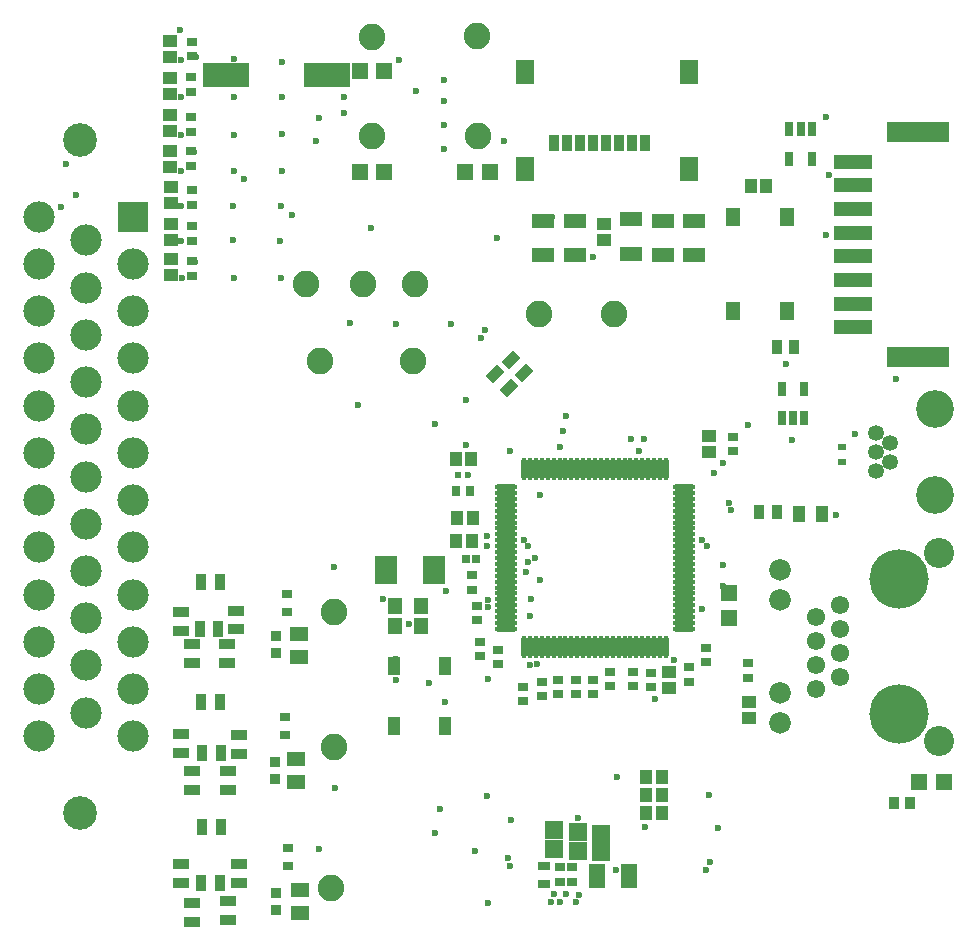
<source format=gts>
G04*
G04 #@! TF.GenerationSoftware,Altium Limited,Altium Designer,22.11.1 (43)*
G04*
G04 Layer_Color=8388736*
%FSLAX25Y25*%
%MOIN*%
G70*
G04*
G04 #@! TF.SameCoordinates,B9669DE6-A21E-4E6A-9EE2-FAEABAE17C55*
G04*
G04*
G04 #@! TF.FilePolarity,Negative*
G04*
G01*
G75*
%ADD23R,0.03197X0.02985*%
%ADD28R,0.03400X0.03100*%
%ADD30R,0.03591X0.03772*%
%ADD34R,0.03937X0.06299*%
%ADD35R,0.03394X0.02894*%
%ADD39R,0.07480X0.09449*%
%ADD42R,0.03963X0.05544*%
%ADD43R,0.02985X0.03197*%
%ADD45R,0.01575X0.01968*%
%ADD46R,0.03937X0.02953*%
%ADD47R,0.05591X0.08386*%
%ADD50R,0.03543X0.02953*%
%ADD53R,0.20866X0.06693*%
%ADD54R,0.12598X0.04724*%
%ADD55R,0.05118X0.06102*%
%ADD60R,0.04528X0.04134*%
G04:AMPARAMS|DCode=61|XSize=55.12mil|YSize=37.4mil|CornerRadius=0mil|HoleSize=0mil|Usage=FLASHONLY|Rotation=45.000|XOffset=0mil|YOffset=0mil|HoleType=Round|Shape=Rectangle|*
%AMROTATEDRECTD61*
4,1,4,-0.00626,-0.03271,-0.03271,-0.00626,0.00626,0.03271,0.03271,0.00626,-0.00626,-0.03271,0.0*
%
%ADD61ROTATEDRECTD61*%

%ADD62R,0.05512X0.03740*%
%ADD63R,0.03740X0.05512*%
%ADD64R,0.06102X0.04724*%
%ADD65R,0.05315X0.05315*%
%ADD66R,0.05315X0.05315*%
%ADD67R,0.03740X0.04331*%
%ADD68O,0.07677X0.01772*%
%ADD69O,0.01772X0.07677*%
%ADD70R,0.04921X0.05512*%
%ADD71R,0.03150X0.02953*%
%ADD72R,0.03740X0.04528*%
%ADD73R,0.04134X0.04528*%
%ADD74R,0.06299X0.05906*%
%ADD75R,0.04724X0.04134*%
%ADD76R,0.03150X0.02165*%
%ADD77R,0.02953X0.05118*%
%ADD78R,0.07677X0.05118*%
%ADD79R,0.03740X0.05315*%
%ADD80R,0.06496X0.08465*%
%ADD81R,0.15551X0.08268*%
%ADD82R,0.03740X0.02953*%
%ADD83C,0.08858*%
%ADD84C,0.10433*%
%ADD85C,0.11221*%
%ADD86R,0.10433X0.10433*%
%ADD87C,0.12547*%
%ADD88C,0.06102*%
%ADD89C,0.07205*%
%ADD90C,0.10039*%
%ADD91C,0.19784*%
%ADD92C,0.05315*%
%ADD93C,0.02362*%
D23*
X350000Y472728D02*
D03*
Y477665D02*
D03*
X350394Y484539D02*
D03*
Y489476D02*
D03*
X350395Y434933D02*
D03*
Y439870D02*
D03*
X350395Y423122D02*
D03*
Y428059D02*
D03*
X350000Y447924D02*
D03*
Y452861D02*
D03*
Y459341D02*
D03*
Y464278D02*
D03*
X350395Y416248D02*
D03*
Y411311D02*
D03*
D28*
X381890Y305412D02*
D03*
Y299312D02*
D03*
X381102Y264467D02*
D03*
Y258367D02*
D03*
X382283Y214676D02*
D03*
Y220776D02*
D03*
D30*
X378346Y291445D02*
D03*
Y285720D02*
D03*
X377953Y249319D02*
D03*
Y243595D02*
D03*
X378346Y199903D02*
D03*
Y205627D02*
D03*
D34*
X434646Y261417D02*
D03*
Y281417D02*
D03*
X417717Y261235D02*
D03*
Y281236D02*
D03*
D35*
X452362Y281829D02*
D03*
Y286675D02*
D03*
X443476Y306699D02*
D03*
Y311545D02*
D03*
X489575Y274601D02*
D03*
Y279446D02*
D03*
X460630Y269624D02*
D03*
Y274470D02*
D03*
X466892Y271224D02*
D03*
Y276069D02*
D03*
X446375Y284600D02*
D03*
Y289446D02*
D03*
X497075Y274500D02*
D03*
Y279346D02*
D03*
X445075Y296600D02*
D03*
Y301446D02*
D03*
X483976Y271900D02*
D03*
Y276746D02*
D03*
X521673Y282601D02*
D03*
Y287446D02*
D03*
X478173Y271900D02*
D03*
Y276746D02*
D03*
X515776Y275998D02*
D03*
Y280844D02*
D03*
X472374Y271900D02*
D03*
Y276746D02*
D03*
D39*
X414904Y313323D02*
D03*
X431046D02*
D03*
D42*
X552731Y332123D02*
D03*
X560218D02*
D03*
D43*
X443006Y339773D02*
D03*
X438068D02*
D03*
D45*
X439162Y344873D02*
D03*
X442312D02*
D03*
D46*
X467475Y208670D02*
D03*
Y214576D02*
D03*
D47*
X485236Y211417D02*
D03*
X495866D02*
D03*
D50*
X503275Y274361D02*
D03*
Y279085D02*
D03*
X530575Y357685D02*
D03*
Y352961D02*
D03*
D53*
X592252Y384224D02*
D03*
Y459421D02*
D03*
D54*
X570677Y394264D02*
D03*
Y402138D02*
D03*
Y410012D02*
D03*
Y417886D02*
D03*
Y425760D02*
D03*
Y433634D02*
D03*
Y441508D02*
D03*
Y449382D02*
D03*
D55*
X548433Y430972D02*
D03*
Y399673D02*
D03*
X530717Y430972D02*
D03*
Y399673D02*
D03*
D60*
X342913Y472146D02*
D03*
Y477461D02*
D03*
Y489665D02*
D03*
Y484350D02*
D03*
X343308Y440846D02*
D03*
Y435532D02*
D03*
X343308Y428642D02*
D03*
Y423327D02*
D03*
X342914Y447736D02*
D03*
Y453051D02*
D03*
Y459547D02*
D03*
Y464862D02*
D03*
X343308Y416831D02*
D03*
Y411516D02*
D03*
X487402Y428642D02*
D03*
Y423327D02*
D03*
X509275Y279380D02*
D03*
Y274065D02*
D03*
X522575Y352665D02*
D03*
Y357980D02*
D03*
D61*
X460953Y378875D02*
D03*
X456498Y383330D02*
D03*
X451316Y378605D02*
D03*
X455770Y374151D02*
D03*
D62*
X362205Y246457D02*
D03*
X365748Y251969D02*
D03*
X362205Y202922D02*
D03*
X365748Y208965D02*
D03*
X361811Y288583D02*
D03*
X364961Y293504D02*
D03*
X350394Y246457D02*
D03*
X346457Y252362D02*
D03*
X350394Y202371D02*
D03*
X346457Y208965D02*
D03*
X350394Y288583D02*
D03*
X346457Y292913D02*
D03*
X364961Y299803D02*
D03*
X346457Y299213D02*
D03*
X350394Y282283D02*
D03*
X361811D02*
D03*
X346457Y258661D02*
D03*
X365748Y258268D02*
D03*
X350394Y240158D02*
D03*
X362205D02*
D03*
X365748Y215264D02*
D03*
X346457Y215264D02*
D03*
X362205Y196623D02*
D03*
X350394Y196072D02*
D03*
D63*
X359842Y252362D02*
D03*
X359449Y208965D02*
D03*
X359055Y293701D02*
D03*
X353543Y252362D02*
D03*
X353150Y208965D02*
D03*
X352756Y293701D02*
D03*
X359449Y309449D02*
D03*
X353150D02*
D03*
X359449Y269291D02*
D03*
X353150D02*
D03*
X353543Y227568D02*
D03*
X359842D02*
D03*
D64*
X385827Y291929D02*
D03*
Y284449D02*
D03*
X385039Y250197D02*
D03*
Y242717D02*
D03*
X386221Y199025D02*
D03*
Y206505D02*
D03*
D65*
X529134Y305709D02*
D03*
Y297441D02*
D03*
D66*
X414370Y446063D02*
D03*
X406102D02*
D03*
Y479528D02*
D03*
X414370D02*
D03*
X441142Y446063D02*
D03*
X449409D02*
D03*
X592471Y242723D02*
D03*
X600739D02*
D03*
D67*
X589665Y235827D02*
D03*
X584350D02*
D03*
D68*
X454850Y333071D02*
D03*
Y295669D02*
D03*
Y340945D02*
D03*
Y337008D02*
D03*
Y335039D02*
D03*
Y309449D02*
D03*
X514299Y293701D02*
D03*
Y295669D02*
D03*
X454850Y338976D02*
D03*
X514299Y297638D02*
D03*
X454850Y319291D02*
D03*
Y317323D02*
D03*
Y307480D02*
D03*
Y297638D02*
D03*
X514299Y325197D02*
D03*
X454850Y313386D02*
D03*
X514299Y307480D02*
D03*
Y309449D02*
D03*
Y311417D02*
D03*
Y313386D02*
D03*
Y315354D02*
D03*
X454850Y331102D02*
D03*
Y329134D02*
D03*
Y327165D02*
D03*
Y325197D02*
D03*
Y323228D02*
D03*
Y321260D02*
D03*
Y315354D02*
D03*
Y311417D02*
D03*
Y305512D02*
D03*
Y303543D02*
D03*
Y301575D02*
D03*
Y299606D02*
D03*
Y293701D02*
D03*
X514299Y299606D02*
D03*
Y301575D02*
D03*
Y303543D02*
D03*
Y305512D02*
D03*
Y317323D02*
D03*
Y319291D02*
D03*
Y321260D02*
D03*
Y323228D02*
D03*
Y327165D02*
D03*
Y329134D02*
D03*
Y331102D02*
D03*
Y333071D02*
D03*
Y335039D02*
D03*
Y337008D02*
D03*
Y338976D02*
D03*
Y340945D02*
D03*
D69*
X484575Y287598D02*
D03*
X472764D02*
D03*
X474732D02*
D03*
X476701D02*
D03*
X478669D02*
D03*
X480638D02*
D03*
X460953D02*
D03*
X466858Y347047D02*
D03*
X464890D02*
D03*
X474732D02*
D03*
X470795D02*
D03*
X468827D02*
D03*
X478669D02*
D03*
X476701D02*
D03*
X504260Y287598D02*
D03*
X466858D02*
D03*
X488512D02*
D03*
X470795D02*
D03*
X492449D02*
D03*
X496386D02*
D03*
X480638Y347047D02*
D03*
X482606D02*
D03*
X486543D02*
D03*
X488512D02*
D03*
X462921Y287598D02*
D03*
X464890D02*
D03*
X468827D02*
D03*
X482606D02*
D03*
X486543D02*
D03*
X490480D02*
D03*
X494417D02*
D03*
X498354D02*
D03*
X500323D02*
D03*
X502291D02*
D03*
X506228D02*
D03*
X508197D02*
D03*
Y347047D02*
D03*
X506228D02*
D03*
X504260D02*
D03*
X502291D02*
D03*
X500323D02*
D03*
X498354D02*
D03*
X496386D02*
D03*
X494417D02*
D03*
X492449D02*
D03*
X490480D02*
D03*
X484575D02*
D03*
X472764D02*
D03*
X462921D02*
D03*
X460953D02*
D03*
D70*
X417975Y301469D02*
D03*
X426475D02*
D03*
X417975Y294776D02*
D03*
X426475D02*
D03*
D71*
X441634Y316929D02*
D03*
X444980D02*
D03*
D72*
X539322Y332723D02*
D03*
X545122Y387823D02*
D03*
X551028D02*
D03*
X545227Y332723D02*
D03*
D73*
X443432Y322923D02*
D03*
X438117D02*
D03*
X443932Y330823D02*
D03*
X438617D02*
D03*
X438080Y350273D02*
D03*
X443395D02*
D03*
X541732Y441437D02*
D03*
X536417D02*
D03*
X506832Y244223D02*
D03*
X501517D02*
D03*
Y238223D02*
D03*
X506832D02*
D03*
X501560Y232223D02*
D03*
X506875D02*
D03*
D74*
X470875Y220273D02*
D03*
Y226572D02*
D03*
X478875Y219673D02*
D03*
Y225972D02*
D03*
X486475Y219173D02*
D03*
Y225472D02*
D03*
D75*
X535875Y263965D02*
D03*
Y269280D02*
D03*
D76*
X566875Y349262D02*
D03*
Y354184D02*
D03*
D77*
X546835Y373744D02*
D03*
X554315D02*
D03*
Y363902D02*
D03*
X550575D02*
D03*
X546835D02*
D03*
X556815Y450402D02*
D03*
X549335D02*
D03*
Y460244D02*
D03*
X553075D02*
D03*
X556815D02*
D03*
D78*
X517717Y429823D02*
D03*
Y418209D02*
D03*
X467323D02*
D03*
Y429823D02*
D03*
X477953Y418209D02*
D03*
Y429823D02*
D03*
X496457Y430217D02*
D03*
Y418602D02*
D03*
X507087Y429823D02*
D03*
Y418209D02*
D03*
D79*
X501342Y455787D02*
D03*
X497012D02*
D03*
X492681D02*
D03*
X488350D02*
D03*
X484020D02*
D03*
X479689D02*
D03*
X475358D02*
D03*
X471028D02*
D03*
D80*
X461303Y447126D02*
D03*
X515988D02*
D03*
Y479409D02*
D03*
X461303D02*
D03*
D81*
X361614Y478346D02*
D03*
X395276D02*
D03*
D82*
X535433Y277362D02*
D03*
Y282480D02*
D03*
X476775Y214282D02*
D03*
Y209164D02*
D03*
X472775Y214482D02*
D03*
Y209364D02*
D03*
D83*
X465748Y398819D02*
D03*
X397638Y299213D02*
D03*
Y254331D02*
D03*
X396457Y207489D02*
D03*
X410236Y457874D02*
D03*
X490874Y398819D02*
D03*
X424409Y408661D02*
D03*
X407087D02*
D03*
X388224Y408697D02*
D03*
X445472Y458071D02*
D03*
X392913Y383071D02*
D03*
X424016D02*
D03*
X445276Y491339D02*
D03*
X410236Y490945D02*
D03*
D84*
X299213Y305118D02*
D03*
Y257874D02*
D03*
X314961Y344488D02*
D03*
Y265748D02*
D03*
X299213Y273622D02*
D03*
X314961Y360236D02*
D03*
X299213Y431102D02*
D03*
Y368110D02*
D03*
Y352362D02*
D03*
Y320866D02*
D03*
X330709Y336614D02*
D03*
Y273622D02*
D03*
Y320866D02*
D03*
Y257874D02*
D03*
Y415354D02*
D03*
Y399606D02*
D03*
Y383858D02*
D03*
Y368110D02*
D03*
Y352362D02*
D03*
Y305118D02*
D03*
Y289370D02*
D03*
X314961Y423228D02*
D03*
Y407480D02*
D03*
Y391732D02*
D03*
Y375984D02*
D03*
Y328740D02*
D03*
Y312992D02*
D03*
Y297244D02*
D03*
Y281496D02*
D03*
X299213Y415354D02*
D03*
Y399606D02*
D03*
Y383858D02*
D03*
Y336614D02*
D03*
Y289370D02*
D03*
D85*
X312992Y456693D02*
D03*
Y232283D02*
D03*
D86*
X330709Y431102D02*
D03*
D87*
X598032Y366943D02*
D03*
Y338203D02*
D03*
D88*
X558083Y289707D02*
D03*
X566075Y285691D02*
D03*
Y277660D02*
D03*
X558083Y273644D02*
D03*
Y281676D02*
D03*
X566075Y293723D02*
D03*
X558083Y297739D02*
D03*
X566075Y301754D02*
D03*
D89*
X546390Y313176D02*
D03*
Y272223D02*
D03*
Y262223D02*
D03*
Y303176D02*
D03*
D90*
X599382Y318959D02*
D03*
Y256439D02*
D03*
D91*
X585760Y265199D02*
D03*
Y310199D02*
D03*
D92*
X578150Y358872D02*
D03*
X582875Y355723D02*
D03*
X578150Y352573D02*
D03*
X582875Y349424D02*
D03*
X578150Y346274D02*
D03*
D93*
X461417Y312598D02*
D03*
X448475Y321423D02*
D03*
X448425Y324803D02*
D03*
X438189Y322835D02*
D03*
X400787Y470866D02*
D03*
Y465748D02*
D03*
X530428Y399875D02*
D03*
X477953Y417717D02*
D03*
X419291Y483465D02*
D03*
X351580Y484252D02*
D03*
X443420Y323103D02*
D03*
X438583Y330709D02*
D03*
X443814Y330977D02*
D03*
X346176Y493182D02*
D03*
X346457Y458268D02*
D03*
X380315Y458563D02*
D03*
X364173Y458268D02*
D03*
X350394Y196063D02*
D03*
X517323Y417717D02*
D03*
X507480D02*
D03*
X496063Y418110D02*
D03*
X397638Y314173D02*
D03*
X391732Y456299D02*
D03*
X390551Y478740D02*
D03*
X424803Y472835D02*
D03*
X483858Y417717D02*
D03*
X500761Y357088D02*
D03*
X499076Y352988D02*
D03*
X451968Y424016D02*
D03*
X418110Y276700D02*
D03*
Y283686D02*
D03*
X417717Y260630D02*
D03*
X431317Y225823D02*
D03*
X434646Y259431D02*
D03*
X433022Y233623D02*
D03*
X434646Y269291D02*
D03*
X383688Y431634D02*
D03*
X456498Y382960D02*
D03*
X446457Y390551D02*
D03*
X436614Y395193D02*
D03*
X448032Y393307D02*
D03*
X311417Y438189D02*
D03*
X402756Y395669D02*
D03*
X351181Y416142D02*
D03*
X342126Y416929D02*
D03*
X418110Y395276D02*
D03*
X306693Y434252D02*
D03*
X308279Y448819D02*
D03*
X342126Y440945D02*
D03*
X431382Y362005D02*
D03*
X413891Y303543D02*
D03*
X398031Y240709D02*
D03*
X367717Y443701D02*
D03*
X405512Y368401D02*
D03*
X350787Y428346D02*
D03*
X342520Y428740D02*
D03*
X350787Y440158D02*
D03*
Y452756D02*
D03*
X342126Y453543D02*
D03*
Y477953D02*
D03*
Y465748D02*
D03*
X350394Y464173D02*
D03*
Y477559D02*
D03*
Y489370D02*
D03*
X342126Y489764D02*
D03*
X409842Y427264D02*
D03*
X443307Y350394D02*
D03*
X441457Y355016D02*
D03*
X385827Y284646D02*
D03*
X378740Y285827D02*
D03*
X361811Y282283D02*
D03*
X350000D02*
D03*
X350394Y240158D02*
D03*
X362205D02*
D03*
X377953Y243701D02*
D03*
X385039Y242913D02*
D03*
X392618Y220324D02*
D03*
X362205Y196457D02*
D03*
X378346Y200000D02*
D03*
X386221Y198819D02*
D03*
X434252Y453543D02*
D03*
X392719Y463979D02*
D03*
X434252Y461516D02*
D03*
X379921Y410630D02*
D03*
X346850D02*
D03*
X364173Y410630D02*
D03*
X346560Y471154D02*
D03*
X364173Y470866D02*
D03*
X380316Y470866D02*
D03*
X346457Y483465D02*
D03*
X364173Y483571D02*
D03*
X380316Y482677D02*
D03*
X379528Y422835D02*
D03*
X346456Y422834D02*
D03*
X363779Y423228D02*
D03*
X380315Y446457D02*
D03*
X346456Y446456D02*
D03*
X364173Y446457D02*
D03*
X379922Y434646D02*
D03*
X363780D02*
D03*
X346457Y434646D02*
D03*
X434252Y476772D02*
D03*
X405118Y479134D02*
D03*
X434252Y469685D02*
D03*
X454331Y456201D02*
D03*
X466531Y417416D02*
D03*
X472975Y354423D02*
D03*
X496457Y357087D02*
D03*
X474802Y364566D02*
D03*
X466142Y338189D02*
D03*
X461024Y323228D02*
D03*
X473821Y359648D02*
D03*
X434975Y306223D02*
D03*
X545122Y387823D02*
D03*
X488181Y423045D02*
D03*
X479689Y455787D02*
D03*
X475197Y431102D02*
D03*
X470181D02*
D03*
X488181Y428360D02*
D03*
X441732Y370079D02*
D03*
X429340Y275794D02*
D03*
X462205Y316142D02*
D03*
X464567Y317323D02*
D03*
X462205Y321260D02*
D03*
X466142Y309842D02*
D03*
X570677Y449382D02*
D03*
X535585Y282351D02*
D03*
X527165Y314961D02*
D03*
Y307874D02*
D03*
X600739Y242723D02*
D03*
X522975Y216123D02*
D03*
X461500Y446929D02*
D03*
X461303Y479409D02*
D03*
X515988D02*
D03*
Y447126D02*
D03*
X536417Y441437D02*
D03*
X530717Y430972D02*
D03*
X456299Y353150D02*
D03*
X438976Y344882D02*
D03*
X422441Y295276D02*
D03*
X504575Y270223D02*
D03*
X462992Y298130D02*
D03*
X448819Y202362D02*
D03*
X529345Y335753D02*
D03*
X529975Y333423D02*
D03*
X546850Y373622D02*
D03*
X535511Y361823D02*
D03*
X478775Y230823D02*
D03*
X442312Y344873D02*
D03*
X462863Y281723D02*
D03*
X465135Y282138D02*
D03*
X561475Y464223D02*
D03*
X444575Y219523D02*
D03*
X525675Y227323D02*
D03*
X520089Y323223D02*
D03*
X469775Y202809D02*
D03*
X478375D02*
D03*
X472975D02*
D03*
X571375Y358523D02*
D03*
X522575Y238323D02*
D03*
X521625Y213449D02*
D03*
X491475Y213423D02*
D03*
X455710Y217233D02*
D03*
X456375Y214523D02*
D03*
X501275Y227823D02*
D03*
X448526Y237950D02*
D03*
X463136Y303823D02*
D03*
X449029Y277023D02*
D03*
X470875Y205323D02*
D03*
X474936Y205362D02*
D03*
X479075Y205123D02*
D03*
X456548Y230002D02*
D03*
X491975Y244423D02*
D03*
X448989Y301123D02*
D03*
X448975Y303423D02*
D03*
X510875Y283223D02*
D03*
X564975Y331523D02*
D03*
X521775Y321323D02*
D03*
X524175Y345523D02*
D03*
X520275Y300423D02*
D03*
X550375Y356823D02*
D03*
X548375Y382123D02*
D03*
X527275Y349123D02*
D03*
X561575Y425123D02*
D03*
X584875Y377123D02*
D03*
X562437Y444961D02*
D03*
M02*

</source>
